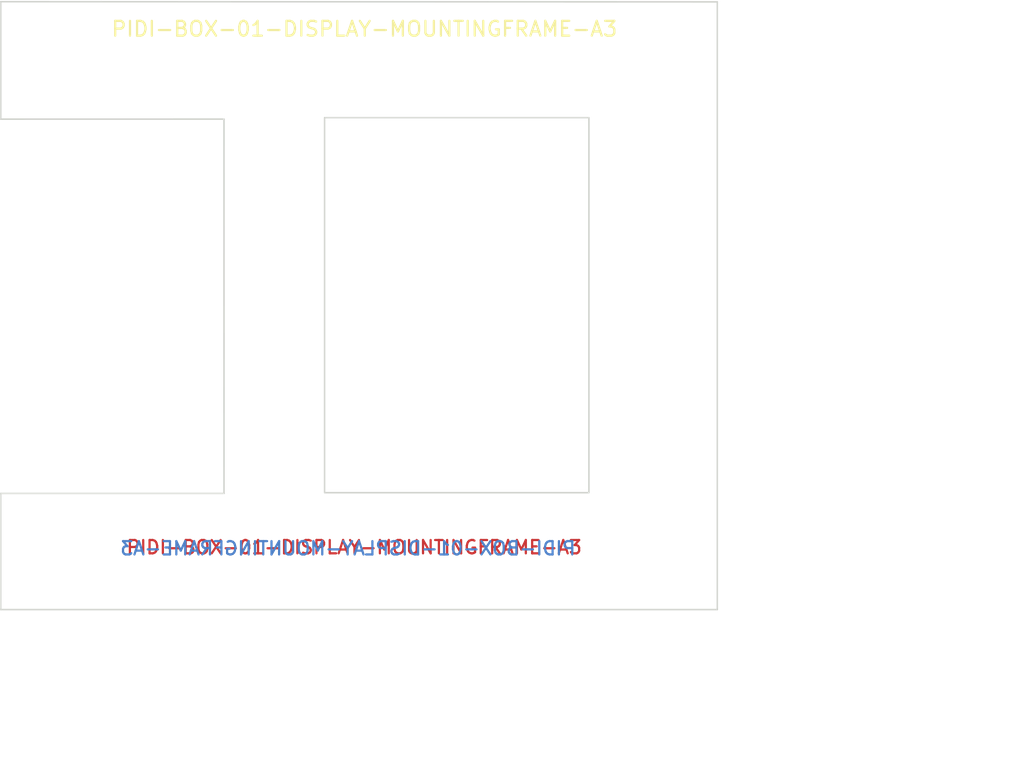
<source format=kicad_pcb>
(kicad_pcb (version 20241229) (generator "pcbnew") (generator_version "9.0")
  (layers (0 "F.Cu" signal) (2 "B.Cu" signal) (13 "F.Paste" user) (15 "B.Paste" user) (5 "F.SilkS" user "F.Silkscreen") (7 "B.SilkS" user "B.Silkscreen") (1 "F.Mask" user) (3 "B.Mask" user) (25 "Edge.Cuts" user))
  (net 0 "")
  (footprint "" (layer "F.Cu") (at 85.6996 78.0796)
    (property "Reference" "" (at 0 0 0) (layer "F.SilkS") (effects (font (size 1.27 1.27))))
    (property "Value" "")
    (pad "" np_thru_hole circle (at 0 0) (size 2.1 2.1) (drill 2.1) (layers "*.Cu" "*.Mask"))
  )
  (footprint "" (layer "F.Cu") (at 85.6996 110.4796)
    (property "Reference" "" (at 0 0 0) (layer "F.SilkS") (effects (font (size 1.27 1.27))))
    (property "Value" "")
    (pad "" np_thru_hole circle (at 0 0) (size 2.1 2.1) (drill 2.1) (layers "*.Cu" "*.Mask"))
  )
  (footprint "" (layer "F.Cu") (at 125.4996 110.4796)
    (property "Reference" "" (at 0 0 0) (layer "F.SilkS") (effects (font (size 1.27 1.27))))
    (property "Value" "")
    (pad "" np_thru_hole circle (at 0 0) (size 2.1 2.1) (drill 2.1) (layers "*.Cu" "*.Mask"))
  )
  (footprint "" (layer "F.Cu") (at 125.4996 78.0796)
    (property "Reference" "" (at 0 0 0) (layer "F.SilkS") (effects (font (size 1.27 1.27))))
    (property "Value" "")
    (pad "" np_thru_hole circle (at 0 0) (size 2.1 2.1) (drill 2.1) (layers "*.Cu" "*.Mask"))
  )
  (gr_line (start 81.4578 81.6356) (end 81.4578 73.6982) (stroke (width 0.1)) (layer "Edge.Cuts"))
  (gr_line (start 96.5334 81.6336) (end 81.4578 81.6356) (stroke (width 0.1)) (layer "Edge.Cuts"))
  (gr_line (start 96.5353 106.933985) (end 96.5334 81.6336) (stroke (width 0.1)) (layer "Edge.Cuts"))
  (gr_line (start 129.8552 73.7108) (end 129.8552 114.7836) (stroke (width 0.1)) (layer "Edge.Cuts"))
  (gr_line (start 81.4552 114.7836) (end 81.4552 106.9336) (stroke (width 0.1)) (layer "Edge.Cuts"))
  (gr_line (start 81.4552 106.9336) (end 96.5362 106.9336) (stroke (width 0.1)) (layer "Edge.Cuts"))
  (gr_rect (start 103.328 81.5336) (end 121.1824 106.8836) (stroke (width 0.1)) (fill no) (layer "Edge.Cuts"))
  (gr_line (start 81.4578 73.6982) (end 129.8552 73.7108) (stroke (width 0.1)) (layer "Edge.Cuts"))
  (gr_line (start 129.8552 114.7836) (end 81.4552 114.7836) (stroke (width 0.1)) (layer "Edge.Cuts"))
  (gr_text "PIDI-BOX-01-DISPLAY-MOUNTINGFRAME-A3\n" (at 89.8652 111.0996 0) (layer "F.Cu") (effects (font (size 0.9 0.9)) (justify left bottom)))
  (gr_text "PIDI-BOX-01-DISPLAY-MOUNTINGFRAME-A3\n\n" (at 120.3706 112.6236 0) (layer "B.Cu") (effects (font (size 0.9 0.9)) (justify left bottom mirror)))
  (gr_text "PIDI-BOX-01-DISPLAY-MOUNTINGFRAME-A3\n" (at 88.8492 76.1238 0) (layer "F.SilkS") (effects (font (size 1 1)) (justify left bottom)))
)
</source>
